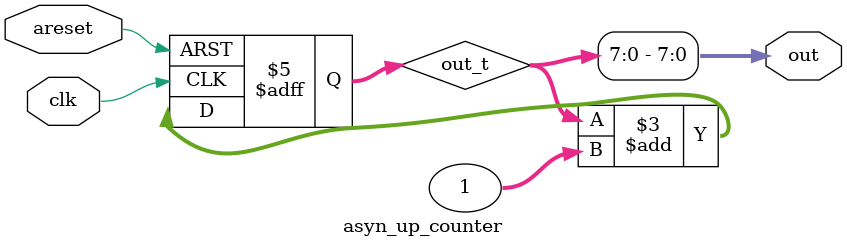
<source format=sv>

module asyn_up_counter #(parameter n_bits = 8)(
  input clk, areset,
  output reg [n_bits-1:0]out);
  
  int out_t = 0;
  assign out = out_t;
  
  always @(posedge clk, negedge areset) begin
    if (~areset) out_t <= 0;
    else out_t <= out_t + 1;
  end
  
endmodule

</source>
